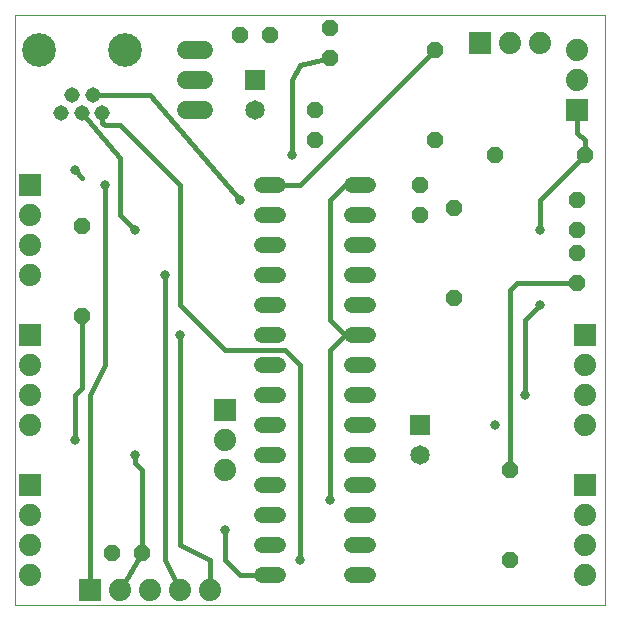
<source format=gtl>
G75*
G70*
%OFA0B0*%
%FSLAX24Y24*%
%IPPOS*%
%LPD*%
%AMOC8*
5,1,8,0,0,1.08239X$1,22.5*
%
%ADD10C,0.0000*%
%ADD11C,0.0520*%
%ADD12R,0.0650X0.0650*%
%ADD13C,0.0650*%
%ADD14OC8,0.0520*%
%ADD15R,0.0740X0.0740*%
%ADD16C,0.0740*%
%ADD17C,0.0515*%
%ADD18C,0.1122*%
%ADD19C,0.0600*%
%ADD20C,0.0317*%
%ADD21C,0.0160*%
D10*
X000181Y000181D02*
X000181Y019866D01*
X019866Y019866D01*
X019866Y000181D01*
X000181Y000181D01*
D11*
X008421Y001181D02*
X008941Y001181D01*
X008941Y002181D02*
X008421Y002181D01*
X008421Y003181D02*
X008941Y003181D01*
X008941Y004181D02*
X008421Y004181D01*
X008421Y005181D02*
X008941Y005181D01*
X008941Y006181D02*
X008421Y006181D01*
X008421Y007181D02*
X008941Y007181D01*
X008941Y008181D02*
X008421Y008181D01*
X008421Y009181D02*
X008941Y009181D01*
X008941Y010181D02*
X008421Y010181D01*
X008421Y011181D02*
X008941Y011181D01*
X008941Y012181D02*
X008421Y012181D01*
X008421Y013181D02*
X008941Y013181D01*
X008941Y014181D02*
X008421Y014181D01*
X011421Y014181D02*
X011941Y014181D01*
X011941Y013181D02*
X011421Y013181D01*
X011421Y012181D02*
X011941Y012181D01*
X011941Y011181D02*
X011421Y011181D01*
X011421Y010181D02*
X011941Y010181D01*
X011941Y009181D02*
X011421Y009181D01*
X011421Y008181D02*
X011941Y008181D01*
X011941Y007181D02*
X011421Y007181D01*
X011421Y006181D02*
X011941Y006181D01*
X011941Y005181D02*
X011421Y005181D01*
X011421Y004181D02*
X011941Y004181D01*
X011941Y003181D02*
X011421Y003181D01*
X011421Y002181D02*
X011941Y002181D01*
X011941Y001181D02*
X011421Y001181D01*
D12*
X013681Y006181D03*
X008181Y017681D03*
D13*
X008181Y016681D03*
X013681Y005181D03*
D14*
X016681Y004681D03*
X016681Y001681D03*
X014806Y010431D03*
X013681Y013181D03*
X013681Y014181D03*
X014806Y013431D03*
X016181Y015181D03*
X014181Y015681D03*
X014181Y018681D03*
X010681Y018431D03*
X010681Y019431D03*
X008681Y019181D03*
X007681Y019181D03*
X010181Y016681D03*
X010181Y015681D03*
X002431Y012806D03*
X002431Y009806D03*
X003431Y001931D03*
X004431Y001931D03*
X018931Y010931D03*
X018931Y011931D03*
X018931Y012681D03*
X018931Y013681D03*
X019181Y015181D03*
D15*
X018931Y016681D03*
X015681Y018931D03*
X019181Y009181D03*
X019181Y004181D03*
X007181Y006681D03*
X002681Y000681D03*
X000681Y004181D03*
X000681Y009181D03*
X000681Y014181D03*
D16*
X000681Y013181D03*
X000681Y012181D03*
X000681Y011181D03*
X000681Y008181D03*
X000681Y007181D03*
X000681Y006181D03*
X000681Y003181D03*
X000681Y002181D03*
X000681Y001181D03*
X003681Y000681D03*
X004681Y000681D03*
X005681Y000681D03*
X006681Y000681D03*
X007181Y004681D03*
X007181Y005681D03*
X018931Y017681D03*
X018931Y018681D03*
X017681Y018931D03*
X016681Y018931D03*
X019181Y008181D03*
X019181Y007181D03*
X019181Y006181D03*
X019181Y003181D03*
X019181Y002181D03*
X019181Y001181D03*
D17*
X003101Y016581D03*
X002431Y016581D03*
X002101Y017201D03*
X002791Y017201D03*
X001731Y016581D03*
D18*
X000994Y018681D03*
X003868Y018681D03*
D19*
X005881Y018681D02*
X006481Y018681D01*
X006481Y017681D02*
X005881Y017681D01*
X005881Y016681D02*
X006481Y016681D01*
D20*
X009431Y015181D03*
X007681Y013681D03*
X005181Y011181D03*
X004181Y012681D03*
X003181Y014181D03*
X002181Y014681D03*
X005681Y009181D03*
X002181Y005681D03*
X004181Y005181D03*
X007181Y002681D03*
X009681Y001681D03*
X010681Y003681D03*
X016181Y006181D03*
X017181Y007181D03*
X017681Y010181D03*
X017681Y012681D03*
D21*
X017681Y013681D01*
X019181Y015181D01*
X019181Y015681D01*
X018931Y015931D01*
X018931Y016681D01*
X014181Y018681D02*
X009681Y014181D01*
X008681Y014181D01*
X007681Y013681D02*
X004681Y017181D01*
X002791Y017201D01*
X003101Y016581D02*
X003101Y016261D01*
X003181Y016181D01*
X003681Y016181D01*
X005681Y014181D01*
X005681Y010181D01*
X007181Y008681D01*
X009181Y008681D01*
X009681Y008181D01*
X009681Y001681D01*
X008681Y001181D02*
X007681Y001181D01*
X007181Y001681D01*
X007181Y002681D01*
X006681Y001681D02*
X005681Y002181D01*
X005681Y009181D01*
X005181Y011181D02*
X005181Y001681D01*
X005681Y000681D01*
X006681Y000681D02*
X006681Y001681D01*
X004431Y001931D02*
X004431Y004681D01*
X004181Y004931D01*
X004181Y005181D01*
X002181Y005681D02*
X002181Y007181D01*
X002431Y007431D01*
X002431Y009806D01*
X003181Y008181D02*
X003181Y014181D01*
X002431Y014431D02*
X002181Y014681D01*
X003681Y015081D02*
X003681Y013181D01*
X004181Y012681D01*
X003681Y015081D02*
X002431Y016581D01*
X009431Y017681D02*
X009431Y015181D01*
X010681Y013681D02*
X010681Y009681D01*
X011181Y009181D01*
X011681Y009181D01*
X011181Y009181D02*
X010681Y008681D01*
X010681Y003681D01*
X016681Y004681D02*
X016681Y010681D01*
X016931Y010931D01*
X018931Y010931D01*
X017681Y010181D02*
X017181Y009681D01*
X017181Y007181D01*
X010681Y013681D02*
X011181Y014181D01*
X011681Y014181D01*
X009431Y017681D02*
X009681Y018181D01*
X010681Y018431D01*
X003181Y008181D02*
X002681Y007181D01*
X002681Y000681D01*
X003681Y000681D02*
X004431Y001931D01*
M02*

</source>
